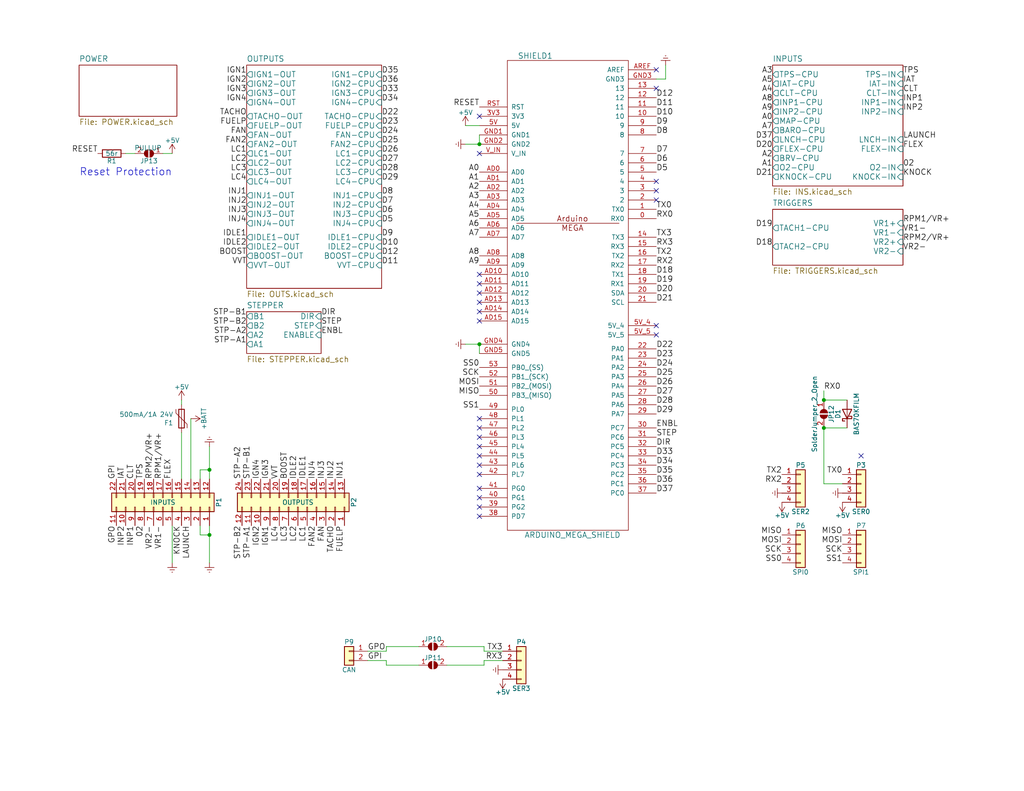
<source format=kicad_sch>
(kicad_sch (version 20211123) (generator eeschema)
  (paper "USLetter")
  (title_block (title "UA4C") (date "2022-07-13") (rev "C4") (company "WTMtronics") (comment 1 "White Fang"))
  (lib_symbols
    (symbol "Device:D_Schottky" (pin_numbers hide) (pin_names (offset 1.016) hide)
      (property "Reference" "D" (at 0 2.54 0))
      (property "Value" "D_Schottky" (at 0 -2.54 0))
      (symbol "D_Schottky_0_1"
        (polyline (pts (xy 1.27 0) (xy -1.27 0)))
        (polyline (pts (xy 1.27 1.27) (xy 1.27 -1.27) (xy -1.27 0) (xy 1.27 1.27)) (stroke (width 0.254)))
        (polyline (pts (xy -1.905 0.635) (xy -1.905 1.27) (xy -1.27 1.27) (xy -1.27 -1.27) (xy -0.635 -1.27) (xy -0.635 -0.635)) (stroke (width 0.254)))
      )
      (symbol "D_Schottky_1_1"
        (pin passive line (at -3.81 0 0) (length 2.54) (name "K") (number "1"))
        (pin passive line (at 3.81 0 180) (length 2.54) (name "A") (number "2"))
      )
    )
    (symbol "Device:Polyfuse" (pin_numbers hide) (pin_names (offset 0))
      (property "Reference" "F" (at -2.54 0 90))
      (property "Value" "Polyfuse" (at 2.54 0 90))
      (symbol "Polyfuse_0_1"
        (rectangle (start -0.762 2.54) (end 0.762 -2.54) (stroke (width 0.254)))
        (polyline (pts (xy 0 2.54) (xy 0 -2.54)))
        (polyline (pts (xy -1.524 2.54) (xy -1.524 1.524) (xy 1.524 -1.524) (xy 1.524 -2.54)))
      )
      (symbol "Polyfuse_1_1"
        (pin passive line (at 0 3.81 270) (length 1.27) (name "~") (number "1"))
        (pin passive line (at 0 -3.81 90) (length 1.27) (name "~") (number "2"))
      )
    )
    (symbol "Device:R" (pin_numbers hide) (pin_names (offset 0))
      (property "Reference" "R" (at 2.032 0 90))
      (property "Value" "R" (at 0 0 90))
      (symbol "R_0_1"
        (rectangle (start -1.016 -2.54) (end 1.016 2.54) (stroke (width 0.254)))
      )
      (symbol "R_1_1"
        (pin passive line (at 0 3.81 270) (length 1.27) (name "~") (number "1"))
        (pin passive line (at 0 -3.81 90) (length 1.27) (name "~") (number "2"))
      )
    )
    (symbol "Underdog-rescue:ARDUINO_MEGA_SHIELD-arduino_shieldsNCL" (pin_names (offset 1.016))
      (property "Reference" "SHIELD" (at -10.16 63.5 0))
      (property "Value" "ARDUINO_MEGA_SHIELD-arduino_shieldsNCL" (at -2.54 -68.58 0))
      (symbol "ARDUINO_MEGA_SHIELD-arduino_shieldsNCL_0_0"
        (text "Arduino" (at 0 19.05 0) (effects (font (size 1.524 1.524))))
        (text "MEGA" (at 0 16.51 0) (effects (font (size 1.524 1.524))))
      )
      (symbol "ARDUINO_MEGA_SHIELD-arduino_shieldsNCL_0_1"
        (rectangle (start -17.78 -66.04) (end 15.24 62.23))
        (polyline (pts (xy -15.24 17.78) (xy 12.7 17.78) (xy 12.7 17.78)))
      )
      (symbol "ARDUINO_MEGA_SHIELD-arduino_shieldsNCL_1_1"
        (pin bidirectional line (at 22.86 19.05 180) (length 7.62) (name "RX0") (number "0"))
        (pin bidirectional line (at 22.86 21.59 180) (length 7.62) (name "TX0") (number "1"))
        (pin bidirectional line (at 22.86 46.99 180) (length 7.62) (name "10") (number "10"))
        (pin bidirectional line (at 22.86 49.53 180) (length 7.62) (name "11") (number "11"))
        (pin bidirectional line (at 22.86 52.07 180) (length 7.62) (name "12") (number "12"))
        (pin bidirectional line (at 22.86 54.61 180) (length 7.62) (name "13") (number "13"))
        (pin bidirectional line (at 22.86 13.97 180) (length 7.62) (name "TX3") (number "14"))
        (pin bidirectional line (at 22.86 11.43 180) (length 7.62) (name "RX3") (number "15"))
        (pin bidirectional line (at 22.86 8.89 180) (length 7.62) (name "TX2") (number "16"))
        (pin bidirectional line (at 22.86 6.35 180) (length 7.62) (name "RX2") (number "17"))
        (pin bidirectional line (at 22.86 3.81 180) (length 7.62) (name "TX1") (number "18"))
        (pin bidirectional line (at 22.86 1.27 180) (length 7.62) (name "RX1") (number "19"))
        (pin bidirectional line (at 22.86 24.13 180) (length 7.62) (name "2") (number "2"))
        (pin bidirectional line (at 22.86 -1.27 180) (length 7.62) (name "SDA") (number "20"))
        (pin bidirectional line (at 22.86 -3.81 180) (length 7.62) (name "SCL") (number "21"))
        (pin bidirectional line (at 22.86 -16.51 180) (length 7.62) (name "PA0") (number "22"))
        (pin bidirectional line (at 22.86 -19.05 180) (length 7.62) (name "PA1") (number "23"))
        (pin bidirectional line (at 22.86 -21.59 180) (length 7.62) (name "PA2") (number "24"))
        (pin bidirectional line (at 22.86 -24.13 180) (length 7.62) (name "PA3") (number "25"))
        (pin bidirectional line (at 22.86 -26.67 180) (length 7.62) (name "PA4") (number "26"))
        (pin bidirectional line (at 22.86 -29.21 180) (length 7.62) (name "PA5") (number "27"))
        (pin bidirectional line (at 22.86 -31.75 180) (length 7.62) (name "PA6") (number "28"))
        (pin bidirectional line (at 22.86 -34.29 180) (length 7.62) (name "PA7") (number "29"))
        (pin bidirectional line (at 22.86 26.67 180) (length 7.62) (name "3") (number "3"))
        (pin bidirectional line (at 22.86 -38.1 180) (length 7.62) (name "PC7") (number "30"))
        (pin bidirectional line (at 22.86 -40.64 180) (length 7.62) (name "PC6") (number "31"))
        (pin bidirectional line (at 22.86 -43.18 180) (length 7.62) (name "PC5") (number "32"))
        (pin bidirectional line (at 22.86 -45.72 180) (length 7.62) (name "PC4") (number "33"))
        (pin bidirectional line (at 22.86 -48.26 180) (length 7.62) (name "PC3") (number "34"))
        (pin bidirectional line (at 22.86 -50.8 180) (length 7.62) (name "PC2") (number "35"))
        (pin bidirectional line (at 22.86 -53.34 180) (length 7.62) (name "PC1") (number "36"))
        (pin bidirectional line (at 22.86 -55.88 180) (length 7.62) (name "PC0") (number "37"))
        (pin bidirectional line (at -25.4 -62.23 0) (length 7.62) (name "PD7") (number "38"))
        (pin bidirectional line (at -25.4 -59.69 0) (length 7.62) (name "PG2") (number "39"))
        (pin power_in line (at -25.4 46.99 0) (length 7.62) (name "3V3") (number "3V3"))
        (pin bidirectional line (at 22.86 29.21 180) (length 7.62) (name "4") (number "4"))
        (pin bidirectional line (at -25.4 -57.15 0) (length 7.62) (name "PG1") (number "40"))
        (pin bidirectional line (at -25.4 -54.61 0) (length 7.62) (name "PG0") (number "41"))
        (pin bidirectional line (at -25.4 -50.8 0) (length 7.62) (name "PL7") (number "42"))
        (pin bidirectional line (at -25.4 -48.26 0) (length 7.62) (name "PL6") (number "43"))
        (pin bidirectional line (at -25.4 -45.72 0) (length 7.62) (name "PL5") (number "44"))
        (pin bidirectional line (at -25.4 -43.18 0) (length 7.62) (name "PL4") (number "45"))
        (pin bidirectional line (at -25.4 -40.64 0) (length 7.62) (name "PL3") (number "46"))
        (pin bidirectional line (at -25.4 -38.1 0) (length 7.62) (name "PL2") (number "47"))
        (pin bidirectional line (at -25.4 -35.56 0) (length 7.62) (name "PL1") (number "48"))
        (pin bidirectional line (at -25.4 -33.02 0) (length 7.62) (name "PL0") (number "49"))
        (pin bidirectional line (at 22.86 31.75 180) (length 7.62) (name "5") (number "5"))
        (pin bidirectional line (at -25.4 -29.21 0) (length 7.62) (name "PB3_(MISO)") (number "50"))
        (pin bidirectional line (at -25.4 -26.67 0) (length 7.62) (name "PB2_(MOSI)") (number "51"))
        (pin bidirectional line (at -25.4 -24.13 0) (length 7.62) (name "PB1_(SCK)") (number "52"))
        (pin bidirectional line (at -25.4 -21.59 0) (length 7.62) (name "PB0_(SS)") (number "53"))
        (pin power_in line (at -25.4 44.45 0) (length 7.62) (name "5V") (number "5V"))
        (pin power_in line (at 22.86 -10.16 180) (length 7.62) (name "5V_4") (number "5V_4"))
        (pin power_in line (at 22.86 -12.7 180) (length 7.62) (name "5V_5") (number "5V_5"))
        (pin bidirectional line (at 22.86 34.29 180) (length 7.62) (name "6") (number "6"))
        (pin bidirectional line (at 22.86 36.83 180) (length 7.62) (name "7") (number "7"))
        (pin bidirectional line (at 22.86 41.91 180) (length 7.62) (name "8") (number "8"))
        (pin bidirectional line (at 22.86 44.45 180) (length 7.62) (name "9") (number "9"))
        (pin bidirectional line (at -25.4 31.75 0) (length 7.62) (name "AD0") (number "AD0"))
        (pin bidirectional line (at -25.4 29.21 0) (length 7.62) (name "AD1") (number "AD1"))
        (pin bidirectional line (at -25.4 3.81 0) (length 7.62) (name "AD10") (number "AD10"))
        (pin bidirectional line (at -25.4 1.27 0) (length 7.62) (name "AD11") (number "AD11"))
        (pin bidirectional line (at -25.4 -1.27 0) (length 7.62) (name "AD12") (number "AD12"))
        (pin bidirectional line (at -25.4 -3.81 0) (length 7.62) (name "AD13") (number "AD13"))
        (pin bidirectional line (at -25.4 -6.35 0) (length 7.62) (name "AD14") (number "AD14"))
        (pin bidirectional line (at -25.4 -8.89 0) (length 7.62) (name "AD15") (number "AD15"))
        (pin bidirectional line (at -25.4 26.67 0) (length 7.62) (name "AD2") (number "AD2"))
        (pin bidirectional line (at -25.4 24.13 0) (length 7.62) (name "AD3") (number "AD3"))
        (pin bidirectional line (at -25.4 21.59 0) (length 7.62) (name "AD4") (number "AD4"))
        (pin bidirectional line (at -25.4 19.05 0) (length 7.62) (name "AD5") (number "AD5"))
        (pin bidirectional line (at -25.4 16.51 0) (length 7.62) (name "AD6") (number "AD6"))
        (pin bidirectional line (at -25.4 13.97 0) (length 7.62) (name "AD7") (number "AD7"))
        (pin bidirectional line (at -25.4 8.89 0) (length 7.62) (name "AD8") (number "AD8"))
        (pin bidirectional line (at -25.4 6.35 0) (length 7.62) (name "AD9") (number "AD9"))
        (pin power_in line (at 22.86 59.69 180) (length 7.62) (name "AREF") (number "AREF"))
        (pin power_in line (at -25.4 41.91 0) (length 7.62) (name "GND1") (number "GND1"))
        (pin power_in line (at -25.4 39.37 0) (length 7.62) (name "GND2") (number "GND2"))
        (pin power_in line (at 22.86 57.15 180) (length 7.62) (name "GND3") (number "GND3"))
        (pin power_in line (at -25.4 -15.24 0) (length 7.62) (name "GND4") (number "GND4"))
        (pin power_in line (at -25.4 -17.78 0) (length 7.62) (name "GND5") (number "GND5"))
        (pin input line (at -25.4 49.53 0) (length 7.62) (name "RST") (number "RST"))
        (pin power_in line (at -25.4 36.83 0) (length 7.62) (name "V_IN") (number "V_IN"))
      )
    )
    (symbol "Underdog-rescue:Conn_01x02-conn-Underdog-rescue" (pin_names (offset 1.016) hide)
      (property "Reference" "J" (at 0 2.54 0))
      (property "Value" "Conn_01x02-conn-Underdog-rescue" (at 0 -5.08 0))
      (symbol "Conn_01x02-conn-Underdog-rescue_1_1"
        (rectangle (start -1.27 -2.413) (end 0 -2.667) (stroke (width 0.1524)))
        (rectangle (start -1.27 0.127) (end 0 -0.127) (stroke (width 0.1524)))
        (rectangle (start -1.27 1.27) (end 1.27 -3.81) (stroke (width 0.254)) (fill (type background)))
        (pin passive line (at -5.08 0 0) (length 3.81) (name "Pin_1") (number "1"))
        (pin passive line (at -5.08 -2.54 0) (length 3.81) (name "Pin_2") (number "2"))
      )
    )
    (symbol "Underdog-rescue:Conn_01x04-conn-Underdog-rescue" (pin_names (offset 1.016) hide)
      (property "Reference" "J" (at 0 5.08 0))
      (property "Value" "Conn_01x04-conn-Underdog-rescue" (at 0 -7.62 0))
      (symbol "Conn_01x04-conn-Underdog-rescue_1_1"
        (rectangle (start -1.27 -4.953) (end 0 -5.207) (stroke (width 0.1524)))
        (rectangle (start -1.27 -2.413) (end 0 -2.667) (stroke (width 0.1524)))
        (rectangle (start -1.27 0.127) (end 0 -0.127) (stroke (width 0.1524)))
        (rectangle (start -1.27 2.667) (end 0 2.413) (stroke (width 0.1524)))
        (rectangle (start -1.27 3.81) (end 1.27 -6.35) (stroke (width 0.254)) (fill (type background)))
        (pin passive line (at -5.08 2.54 0) (length 3.81) (name "Pin_1") (number "1"))
        (pin passive line (at -5.08 0 0) (length 3.81) (name "Pin_2") (number "2"))
        (pin passive line (at -5.08 -2.54 0) (length 3.81) (name "Pin_3") (number "3"))
        (pin passive line (at -5.08 -5.08 0) (length 3.81) (name "Pin_4") (number "4"))
      )
    )
    (symbol "Underdog-rescue:Conn_02x11_Top_Bottom-conn-Underdog-rescue" (pin_names (offset 1.016) hide)
      (property "Reference" "J" (at 1.27 15.24 0))
      (property "Value" "Conn_02x11_Top_Bottom-conn-Underdog-rescue" (at 1.27 -15.24 0))
      (symbol "Conn_02x11_Top_Bottom-conn-Underdog-rescue_1_1"
        (rectangle (start -1.27 -12.573) (end 0 -12.827) (stroke (width 0.1524)))
        (rectangle (start -1.27 -10.033) (end 0 -10.287) (stroke (width 0.1524)))
        (rectangle (start -1.27 -7.493) (end 0 -7.747) (stroke (width 0.1524)))
        (rectangle (start -1.27 -4.953) (end 0 -5.207) (stroke (width 0.1524)))
        (rectangle (start -1.27 -2.413) (end 0 -2.667) (stroke (width 0.1524)))
        (rectangle (start -1.27 0.127) (end 0 -0.127) (stroke (width 0.1524)))
        (rectangle (start -1.27 2.667) (end 0 2.413) (stroke (width 0.1524)))
        (rectangle (start -1.27 5.207) (end 0 4.953) (stroke (width 0.1524)))
        (rectangle (start -1.27 7.747) (end 0 7.493) (stroke (width 0.1524)))
        (rectangle (start -1.27 10.287) (end 0 10.033) (stroke (width 0.1524)))
        (rectangle (start -1.27 12.827) (end 0 12.573) (stroke (width 0.1524)))
        (rectangle (start -1.27 13.97) (end 3.81 -13.97) (stroke (width 0.254)) (fill (type background)))
        (rectangle (start 3.81 -12.573) (end 2.54 -12.827) (stroke (width 0.1524)))
        (rectangle (start 3.81 -10.033) (end 2.54 -10.287) (stroke (width 0.1524)))
        (rectangle (start 3.81 -7.493) (end 2.54 -7.747) (stroke (width 0.1524)))
        (rectangle (start 3.81 -4.953) (end 2.54 -5.207) (stroke (width 0.1524)))
        (rectangle (start 3.81 -2.413) (end 2.54 -2.667) (stroke (width 0.1524)))
        (rectangle (start 3.81 0.127) (end 2.54 -0.127) (stroke (width 0.1524)))
        (rectangle (start 3.81 2.667) (end 2.54 2.413) (stroke (width 0.1524)))
        (rectangle (start 3.81 5.207) (end 2.54 4.953) (stroke (width 0.1524)))
        (rectangle (start 3.81 7.747) (end 2.54 7.493) (stroke (width 0.1524)))
        (rectangle (start 3.81 10.287) (end 2.54 10.033) (stroke (width 0.1524)))
        (rectangle (start 3.81 12.827) (end 2.54 12.573) (stroke (width 0.1524)))
        (pin passive line (at -5.08 12.7 0) (length 3.81) (name "Pin_1") (number "1"))
        (pin passive line (at -5.08 -10.16 0) (length 3.81) (name "Pin_10") (number "10"))
        (pin passive line (at -5.08 -12.7 0) (length 3.81) (name "Pin_11") (number "11"))
        (pin passive line (at 7.62 12.7 180) (length 3.81) (name "Pin_12") (number "12"))
        (pin passive line (at 7.62 10.16 180) (length 3.81) (name "Pin_13") (number "13"))
        (pin passive line (at 7.62 7.62 180) (length 3.81) (name "Pin_14") (number "14"))
        (pin passive line (at 7.62 5.08 180) (length 3.81) (name "Pin_15") (number "15"))
        (pin passive line (at 7.62 2.54 180) (length 3.81) (name "Pin_16") (number "16"))
        (pin passive line (at 7.62 0 180) (length 3.81) (name "Pin_17") (number "17"))
        (pin passive line (at 7.62 -2.54 180) (length 3.81) (name "Pin_18") (number "18"))
        (pin passive line (at 7.62 -5.08 180) (length 3.81) (name "Pin_19") (number "19"))
        (pin passive line (at -5.08 10.16 0) (length 3.81) (name "Pin_2") (number "2"))
        (pin passive line (at 7.62 -7.62 180) (length 3.81) (name "Pin_20") (number "20"))
        (pin passive line (at 7.62 -10.16 180) (length 3.81) (name "Pin_21") (number "21"))
        (pin passive line (at 7.62 -12.7 180) (length 3.81) (name "Pin_22") (number "22"))
        (pin passive line (at -5.08 7.62 0) (length 3.81) (name "Pin_3") (number "3"))
        (pin passive line (at -5.08 5.08 0) (length 3.81) (name "Pin_4") (number "4"))
        (pin passive line (at -5.08 2.54 0) (length 3.81) (name "Pin_5") (number "5"))
        (pin passive line (at -5.08 0 0) (length 3.81) (name "Pin_6") (number "6"))
        (pin passive line (at -5.08 -2.54 0) (length 3.81) (name "Pin_7") (number "7"))
        (pin passive line (at -5.08 -5.08 0) (length 3.81) (name "Pin_8") (number "8"))
        (pin passive line (at -5.08 -7.62 0) (length 3.81) (name "Pin_9") (number "9"))
      )
    )
    (symbol "Underdog-rescue:Conn_02x12_Top_Bottom-conn-Underdog-rescue" (pin_names (offset 1.016) hide)
      (property "Reference" "J" (at 1.27 15.24 0))
      (property "Value" "Conn_02x12_Top_Bottom-conn-Underdog-rescue" (at 1.27 -17.78 0))
      (symbol "Conn_02x12_Top_Bottom-conn-Underdog-rescue_1_1"
        (rectangle (start -1.27 -15.113) (end 0 -15.367) (stroke (width 0.1524)))
        (rectangle (start -1.27 -12.573) (end 0 -12.827) (stroke (width 0.1524)))
        (rectangle (start -1.27 -10.033) (end 0 -10.287) (stroke (width 0.1524)))
        (rectangle (start -1.27 -7.493) (end 0 -7.747) (stroke (width 0.1524)))
        (rectangle (start -1.27 -4.953) (end 0 -5.207) (stroke (width 0.1524)))
        (rectangle (start -1.27 -2.413) (end 0 -2.667) (stroke (width 0.1524)))
        (rectangle (start -1.27 0.127) (end 0 -0.127) (stroke (width 0.1524)))
        (rectangle (start -1.27 2.667) (end 0 2.413) (stroke (width 0.1524)))
        (rectangle (start -1.27 5.207) (end 0 4.953) (stroke (width 0.1524)))
        (rectangle (start -1.27 7.747) (end 0 7.493) (stroke (width 0.1524)))
        (rectangle (start -1.27 10.287) (end 0 10.033) (stroke (width 0.1524)))
        (rectangle (start -1.27 12.827) (end 0 12.573) (stroke (width 0.1524)))
        (rectangle (start -1.27 13.97) (end 3.81 -16.51) (stroke (width 0.254)) (fill (type background)))
        (rectangle (start 3.81 -15.113) (end 2.54 -15.367) (stroke (width 0.1524)))
        (rectangle (start 3.81 -12.573) (end 2.54 -12.827) (stroke (width 0.1524)))
        (rectangle (start 3.81 -10.033) (end 2.54 -10.287) (stroke (width 0.1524)))
        (rectangle (start 3.81 -7.493) (end 2.54 -7.747) (stroke (width 0.1524)))
        (rectangle (start 3.81 -4.953) (end 2.54 -5.207) (stroke (width 0.1524)))
        (rectangle (start 3.81 -2.413) (end 2.54 -2.667) (stroke (width 0.1524)))
        (rectangle (start 3.81 0.127) (end 2.54 -0.127) (stroke (width 0.1524)))
        (rectangle (start 3.81 2.667) (end 2.54 2.413) (stroke (width 0.1524)))
        (rectangle (start 3.81 5.207) (end 2.54 4.953) (stroke (width 0.1524)))
        (rectangle (start 3.81 7.747) (end 2.54 7.493) (stroke (width 0.1524)))
        (rectangle (start 3.81 10.287) (end 2.54 10.033) (stroke (width 0.1524)))
        (rectangle (start 3.81 12.827) (end 2.54 12.573) (stroke (width 0.1524)))
        (pin passive line (at -5.08 12.7 0) (length 3.81) (name "Pin_1") (number "1"))
        (pin passive line (at -5.08 -10.16 0) (length 3.81) (name "Pin_10") (number "10"))
        (pin passive line (at -5.08 -12.7 0) (length 3.81) (name "Pin_11") (number "11"))
        (pin passive line (at -5.08 -15.24 0) (length 3.81) (name "Pin_12") (number "12"))
        (pin passive line (at 7.62 12.7 180) (length 3.81) (name "Pin_13") (number "13"))
        (pin passive line (at 7.62 10.16 180) (length 3.81) (name "Pin_14") (number "14"))
        (pin passive line (at 7.62 7.62 180) (length 3.81) (name "Pin_15") (number "15"))
        (pin passive line (at 7.62 5.08 180) (length 3.81) (name "Pin_16") (number "16"))
        (pin passive line (at 7.62 2.54 180) (length 3.81) (name "Pin_17") (number "17"))
        (pin passive line (at 7.62 0 180) (length 3.81) (name "Pin_18") (number "18"))
        (pin passive line (at 7.62 -2.54 180) (length 3.81) (name "Pin_19") (number "19"))
        (pin passive line (at -5.08 10.16 0) (length 3.81) (name "Pin_2") (number "2"))
        (pin passive line (at 7.62 -5.08 180) (length 3.81) (name "Pin_20") (number "20"))
        (pin passive line (at 7.62 -7.62 180) (length 3.81) (name "Pin_21") (number "21"))
        (pin passive line (at 7.62 -10.16 180) (length 3.81) (name "Pin_22") (number "22"))
        (pin passive line (at 7.62 -12.7 180) (length 3.81) (name "Pin_23") (number "23"))
        (pin passive line (at 7.62 -15.24 180) (length 3.81) (name "Pin_24") (number "24"))
        (pin passive line (at -5.08 7.62 0) (length 3.81) (name "Pin_3") (number "3"))
        (pin passive line (at -5.08 5.08 0) (length 3.81) (name "Pin_4") (number "4"))
        (pin passive line (at -5.08 2.54 0) (length 3.81) (name "Pin_5") (number "5"))
        (pin passive line (at -5.08 0 0) (length 3.81) (name "Pin_6") (number "6"))
        (pin passive line (at -5.08 -2.54 0) (length 3.81) (name "Pin_7") (number "7"))
        (pin passive line (at -5.08 -5.08 0) (length 3.81) (name "Pin_8") (number "8"))
        (pin passive line (at -5.08 -7.62 0) (length 3.81) (name "Pin_9") (number "9"))
      )
    )
    (symbol "Underdog-rescue:SolderJumper_2_Open-Jumper1" (pin_names (offset 0) hide)
      (property "Reference" "JP" (at 0 2.032 0))
      (property "Value" "SolderJumper_2_Open-Jumper1" (at 0 -2.54 0))
      (symbol "SolderJumper_2_Open-Jumper1_0_1"
        (arc (start -0.254 1.016) (mid -1.27 0) (end -0.254 -1.016))
        (arc (start -0.254 1.016) (mid -1.27 0) (end -0.254 -1.016) (fill (type outline)))
        (polyline (pts (xy -0.254 1.016) (xy -0.254 -1.016)))
        (polyline (pts (xy 0.254 1.016) (xy 0.254 -1.016)))
        (arc (start 0.254 -1.016) (mid 1.27 0) (end 0.254 1.016))
        (arc (start 0.254 -1.016) (mid 1.27 0) (end 0.254 1.016) (fill (type outline)))
      )
      (symbol "SolderJumper_2_Open-Jumper1_1_1"
        (pin passive line (at -3.81 0 0) (length 2.54) (name "A") (number "1"))
        (pin passive line (at 3.81 0 180) (length 2.54) (name "B") (number "2"))
      )
    )
    (symbol "power:+5V" (power) (pin_names (offset 0))
      (property "Value" "+5V" (at 0 3.556 0))
      (symbol "+5V_0_1"
        (polyline (pts (xy -0.762 1.27) (xy 0 2.54)))
        (polyline (pts (xy 0 0) (xy 0 2.54)))
        (polyline (pts (xy 0 2.54) (xy 0.762 1.27)))
      )
      (symbol "+5V_1_1"
        (pin power_in line (at 0 0 90) (length 0) hide (name "+5V") (number "1"))
      )
    )
    (symbol "power:+BATT" (power) (pin_names (offset 0))
      (property "Value" "+BATT" (at 0 3.556 0))
      (symbol "+BATT_0_1"
        (polyline (pts (xy -0.762 1.27) (xy 0 2.54)))
        (polyline (pts (xy 0 0) (xy 0 2.54)))
        (polyline (pts (xy 0 2.54) (xy 0.762 1.27)))
      )
      (symbol "+BATT_1_1"
        (pin power_in line (at 0 0 90) (length 0) hide (name "+BATT") (number "1"))
      )
    )
    (symbol "power:Earth" (power) (pin_names (offset 0))
      (symbol "Earth_0_1"
        (polyline (pts (xy -0.635 -1.905) (xy 0.635 -1.905)))
        (polyline (pts (xy -0.127 -2.54) (xy 0.127 -2.54)))
        (polyline (pts (xy 0 -1.27) (xy 0 0)))
        (polyline (pts (xy 1.27 -1.27) (xy -1.27 -1.27)))
      )
      (symbol "Earth_1_1"
        (pin power_in line (at 0 0 270) (length 0) hide (name "Earth") (number "1"))
      )
    )
  )
  (junction (at 130.81 39.37))
  (junction (at 57.15 146.05))
  (junction (at 130.81 93.98))
  (junction (at 224.79 109.22))
  (junction (at 224.79 116.84))
  (junction (at 57.15 128.27))
  (no_connect (at 130.81 116.84))
  (no_connect (at 130.81 82.55))
  (no_connect (at 130.81 135.89))
  (no_connect (at 179.07 91.44))
  (no_connect (at 234.95 124.46))
  (no_connect (at 130.81 133.35))
  (no_connect (at 130.81 121.92))
  (no_connect (at 130.81 87.63))
  (no_connect (at 130.81 80.01))
  (no_connect (at 179.07 49.53))
  (no_connect (at 130.81 127))
  (no_connect (at 130.81 129.54))
  (no_connect (at 130.81 31.75))
  (no_connect (at 130.81 119.38))
  (no_connect (at 130.81 114.3))
  (no_connect (at 130.81 140.97))
  (no_connect (at 179.07 19.05))
  (no_connect (at 130.81 77.47))
  (no_connect (at 130.81 85.09))
  (no_connect (at -86.36 186.69))
  (no_connect (at 130.81 74.93))
  (no_connect (at 179.07 88.9))
  (no_connect (at 130.81 138.43))
  (no_connect (at 179.07 52.07))
  (no_connect (at 179.07 24.13))
  (no_connect (at 130.81 124.46))
  (no_connect (at 179.07 54.61))
  (no_connect (at 130.81 41.91))
  (wire (pts (xy 127 34.29) (xy 130.81 34.29)))
  (wire (pts (xy 137.16 180.34) (xy 132.08 180.34)))
  (wire (pts (xy 224.79 132.08) (xy 224.79 116.84)))
  (wire (pts (xy 179.07 21.59) (xy 181.61 21.59)))
  (wire (pts (xy 181.61 21.59) (xy 181.61 17.78)))
  (wire (pts (xy 49.53 130.81) (xy 49.53 118.11)))
  (wire (pts (xy 54.61 143.51) (xy 54.61 146.05)))
  (wire (pts (xy 132.08 176.53) (xy 121.92 176.53)))
  (wire (pts (xy 57.15 130.81) (xy 57.15 128.27)))
  (wire (pts (xy 44.45 41.91) (xy 46.99 41.91)))
  (wire (pts (xy 54.61 128.27) (xy 54.61 130.81)))
  (wire (pts (xy 130.81 36.83) (xy 130.81 39.37)))
  (wire (pts (xy 57.15 153.67) (xy 57.15 146.05)))
  (wire (pts (xy 224.79 116.84) (xy 231.14 116.84)))
  (wire (pts (xy 105.41 177.8) (xy 105.41 176.53)))
  (wire (pts (xy 224.79 109.22) (xy 224.79 106.68)))
  (wire (pts (xy 52.07 114.3) (xy 52.07 130.81)))
  (wire (pts (xy 224.79 109.22) (xy 231.14 109.22)))
  (wire (pts (xy 57.15 146.05) (xy 54.61 146.05)))
  (wire (pts (xy 114.3 181.61) (xy 105.41 181.61)))
  (wire (pts (xy 137.16 177.8) (xy 132.08 177.8)))
  (wire (pts (xy 130.81 96.52) (xy 130.81 93.98)))
  (wire (pts (xy 105.41 180.34) (xy 100.33 180.34)))
  (wire (pts (xy 57.15 128.27) (xy 57.15 121.92)))
  (wire (pts (xy 46.99 143.51) (xy 46.99 153.67)))
  (wire (pts (xy 229.87 132.08) (xy 224.79 132.08)))
  (wire (pts (xy 57.15 128.27) (xy 54.61 128.27)))
  (wire (pts (xy 105.41 181.61) (xy 105.41 180.34)))
  (wire (pts (xy 34.29 41.91) (xy 36.83 41.91)))
  (wire (pts (xy 132.08 180.34) (xy 132.08 181.61)))
  (wire (pts (xy 130.81 93.98) (xy 127 93.98)))
  (wire (pts (xy 100.33 177.8) (xy 105.41 177.8)))
  (wire (pts (xy 132.08 181.61) (xy 121.92 181.61)))
  (wire (pts (xy 105.41 176.53) (xy 114.3 176.53)))
  (wire (pts (xy 132.08 177.8) (xy 132.08 176.53)))
  (wire (pts (xy 130.81 39.37) (xy 127 39.37)))
  (wire (pts (xy 57.15 146.05) (xy 57.15 143.51)))
  (wire (pts (xy 49.53 110.49) (xy 49.53 109.22)))
  (text "Reset Protection" (at 46.99 48.26 180) (effects (font (size 2.0066 2.0066)) (justify right bottom)))
  (label "IDLE2" (at 81.28 130.81 90) (effects (font (size 1.524 1.524))))
  (label "STP-B1" (at 67.31 86.36 180) (effects (font (size 1.524 1.524))))
  (label "D33" (at 179.07 124.46 0) (effects (font (size 1.524 1.524))))
  (label "SCK" (at 213.36 151.13 180) (effects (font (size 1.524 1.524))))
  (label "D18" (at 210.82 67.31 180) (effects (font (size 1.524 1.524))))
  (label "FUELP" (at 67.31 34.29 180) (effects (font (size 1.524 1.524))))
  (label "D27" (at 104.14 44.45 0) (effects (font (size 1.524 1.524))))
  (label "DIR" (at 179.07 121.92 0) (effects (font (size 1.524 1.524))))
  (label "A7" (at 130.81 64.77 180) (effects (font (size 1.524 1.524))))
  (label "GPI" (at 31.75 130.81 90) (effects (font (size 1.524 1.524))))
  (label "INJ2" (at 67.31 55.88 180) (effects (font (size 1.524 1.524))))
  (label "A2" (at 210.82 43.18 180) (effects (font (size 1.524 1.524))))
  (label "GPO" (at 31.75 143.51 270) (effects (font (size 1.524 1.524))))
  (label "LC1" (at 67.31 41.91 180) (effects (font (size 1.524 1.524))))
  (label "INP2" (at 34.29 143.51 270) (effects (font (size 1.524 1.524))))
  (label "STP-A2" (at 66.04 130.81 90) (effects (font (size 1.524 1.524))))
  (label "ENBL" (at 179.07 116.84 0) (effects (font (size 1.524 1.524))))
  (label "MISO" (at 213.36 146.05 180) (effects (font (size 1.524 1.524))))
  (label "BOOST" (at 78.74 130.81 90) (effects (font (size 1.524 1.524))))
  (label "SCK" (at 130.81 102.87 180) (effects (font (size 1.524 1.524))))
  (label "D23" (at 104.14 34.29 0) (effects (font (size 1.524 1.524))))
  (label "D11" (at 104.14 72.39 0) (effects (font (size 1.524 1.524))))
  (label "D20" (at 179.07 80.01 0) (effects (font (size 1.524 1.524))))
  (label "A9" (at 210.82 30.48 180) (effects (font (size 1.524 1.524))))
  (label "STEP" (at 87.63 88.9 0) (effects (font (size 1.524 1.524))))
  (label "LAUNCH" (at 52.07 143.51 270) (effects (font (size 1.524 1.524))))
  (label "D33" (at 104.14 25.4 0) (effects (font (size 1.524 1.524))))
  (label "A0" (at 210.82 33.02 180) (effects (font (size 1.524 1.524))))
  (label "TX3" (at 179.07 64.77 0) (effects (font (size 1.524 1.524))))
  (label "SS1" (at 229.87 153.67 180) (effects (font (size 1.524 1.524))))
  (label "D29" (at 179.07 113.03 0) (effects (font (size 1.524 1.524))))
  (label "SS0" (at 213.36 153.67 180) (effects (font (size 1.524 1.524))))
  (label "INP2" (at 246.38 30.48 0) (effects (font (size 1.524 1.524))))
  (label "INJ4" (at 86.36 130.81 90) (effects (font (size 1.524 1.524))))
  (label "RPM2/VR+" (at 246.38 66.04 0) (effects (font (size 1.524 1.524))))
  (label "IGN4" (at 67.31 27.94 180) (effects (font (size 1.524 1.524))))
  (label "IAT" (at 34.29 130.81 90) (effects (font (size 1.524 1.524))))
  (label "TX0" (at 229.87 129.54 180) (effects (font (size 1.524 1.524))))
  (label "BOOST" (at 67.31 69.85 180) (effects (font (size 1.524 1.524))))
  (label "IDLE1" (at 83.82 130.81 90) (effects (font (size 1.524 1.524))))
  (label "DIR" (at 87.63 86.36 0) (effects (font (size 1.524 1.524))))
  (label "LC1" (at 83.82 143.51 270) (effects (font (size 1.524 1.524))))
  (label "D37" (at 179.07 134.62 0) (effects (font (size 1.524 1.524))))
  (label "RX0" (at 224.79 106.68 0) (effects (font (size 1.524 1.524))))
  (label "IGN3" (at 73.66 130.81 90) (effects (font (size 1.524 1.524))))
  (label "MOSI" (at 213.36 148.59 180) (effects (font (size 1.524 1.524))))
  (label "D25" (at 179.07 102.87 0) (effects (font (size 1.524 1.524))))
  (label "LC2" (at 67.31 44.45 180) (effects (font (size 1.524 1.524))))
  (label "RX2" (at 179.07 72.39 0) (effects (font (size 1.524 1.524))))
  (label "CLT" (at 246.38 25.4 0) (effects (font (size 1.524 1.524))))
  (label "TX2" (at 213.36 129.54 180) (effects (font (size 1.524 1.524))))
  (label "A3" (at 130.81 54.61 180) (effects (font (size 1.524 1.524))))
  (label "LC4" (at 76.2 143.51 270) (effects (font (size 1.524 1.524))))
  (label "D35" (at 104.14 20.32 0) (effects (font (size 1.524 1.524))))
  (label "A6" (at 130.81 62.23 180) (effects (font (size 1.524 1.524))))
  (label "INJ3" (at 88.9 130.81 90) (effects (font (size 1.524 1.524))))
  (label "TPS" (at 246.38 20.32 0) (effects (font (size 1.524 1.524))))
  (label "TACHO" (at 91.44 143.51 270) (effects (font (size 1.524 1.524))))
  (label "IGN1" (at 73.66 143.51 270) (effects (font (size 1.524 1.524))))
  (label "LAUNCH" (at 246.38 38.1 0) (effects (font (size 1.524 1.524))))
  (label "D22" (at 179.07 95.25 0) (effects (font (size 1.524 1.524))))
  (label "D23" (at 179.07 97.79 0) (effects (font (size 1.524 1.524))))
  (label "LC4" (at 67.31 49.53 180) (effects (font (size 1.524 1.524))))
  (label "TX2" (at 179.07 69.85 0) (effects (font (size 1.524 1.524))))
  (label "D25" (at 104.14 39.37 0) (effects (font (size 1.524 1.524))))
  (label "RX3" (at 179.07 67.31 0) (effects (font (size 1.524 1.524))))
  (label "GPO" (at 100.33 177.8 0) (effects (font (size 1.524 1.524))))
  (label "KNOCK" (at 49.53 143.51 270) (effects (font (size 1.524 1.524))))
  (label "FUELP" (at 93.98 143.51 270) (effects (font (size 1.524 1.524))))
  (label "D26" (at 179.07 105.41 0) (effects (font (size 1.524 1.524))))
  (label "A8" (at 130.81 69.85 180) (effects (font (size 1.524 1.524))))
  (label "IGN2" (at 67.31 22.86 180) (effects (font (size 1.524 1.524))))
  (label "INJ3" (at 67.31 58.42 180) (effects (font (size 1.524 1.524))))
  (label "A2" (at 130.81 52.07 180) (effects (font (size 1.524 1.524))))
  (label "A9" (at 130.81 72.39 180) (effects (font (size 1.524 1.524))))
  (label "RPM2/VR+" (at 41.91 130.81 90) (effects (font (size 1.524 1.524))))
  (label "IDLE1" (at 67.31 64.77 180) (effects (font (size 1.524 1.524))))
  (label "VR2-" (at 41.91 143.51 270) (effects (font (size 1.524 1.524))))
  (label "D19" (at 210.82 62.23 180) (effects (font (size 1.524 1.524))))
  (label "A1" (at 210.82 45.72 180) (effects (font (size 1.524 1.524))))
  (label "SCK" (at 229.87 151.13 180) (effects (font (size 1.524 1.524))))
  (label "INJ2" (at 91.44 130.81 90) (effects (font (size 1.524 1.524))))
  (label "A1" (at 130.81 49.53 180) (effects (font (size 1.524 1.524))))
  (label "STP-B2" (at 67.31 88.9 180) (effects (font (size 1.524 1.524))))
  (label "RX3" (at 137.16 180.34 180) (effects (font (size 1.524 1.524))))
  (label "INP1" (at 246.38 27.94 0) (effects (font (size 1.524 1.524))))
  (label "RPM1/VR+" (at 246.38 60.96 0) (effects (font (size 1.524 1.524))))
  (label "D9" (at 104.14 64.77 0) (effects (font (size 1.524 1.524))))
  (label "D34" (at 104.14 27.94 0) (effects (font (size 1.524 1.524))))
  (label "D35" (at 179.07 129.54 0) (effects (font (size 1.524 1.524))))
  (label "VVT" (at 67.31 72.39 180) (effects (font (size 1.524 1.524))))
  (label "D28" (at 104.14 46.99 0) (effects (font (size 1.524 1.524))))
  (label "RESET" (at 26.67 41.91 180) (effects (font (size 1.524 1.524))))
  (label "KNOCK" (at 246.38 48.26 0) (effects (font (size 1.524 1.524))))
  (label "VR1-" (at 44.45 143.51 270) (effects (font (size 1.524 1.524))))
  (label "D26" (at 104.14 41.91 0) (effects (font (size 1.524 1.524))))
  (label "A4" (at 210.82 25.4 180) (effects (font (size 1.524 1.524))))
  (label "FAN" (at 88.9 143.51 270) (effects (font (size 1.524 1.524))))
  (label "A5" (at 130.81 59.69 180) (effects (font (size 1.524 1.524))))
  (label "D7" (at 104.14 55.88 0) (effects (font (size 1.524 1.524))))
  (label "A8" (at 210.82 27.94 180) (effects (font (size 1.524 1.524))))
  (label "ENBL" (at 87.63 91.44 0) (effects (font (size 1.524 1.524))))
  (label "FLEX" (at 246.38 40.64 0) (effects (font (size 1.524 1.524))))
  (label "MISO" (at 130.81 107.95 180) (effects (font (size 1.524 1.524))))
  (label "STP-A2" (at 67.31 91.44 180) (effects (font (size 1.524 1.524))))
  (label "STP-B2" (at 66.04 143.51 270) (effects (font (size 1.524 1.524))))
  (label "A5" (at 210.82 22.86 180) (effects (font (size 1.524 1.524))))
  (label "D24" (at 104.14 36.83 0) (effects (font (size 1.524 1.524))))
  (label "D28" (at 179.07 110.49 0) (effects (font (size 1.524 1.524))))
  (label "D12" (at 179.07 26.67 0) (effects (font (size 1.524 1.524))))
  (label "VR2-" (at 246.38 68.58 0) (effects (font (size 1.524 1.524))))
  (label "02" (at 39.37 143.51 270) (effects (font (size 1.524 1.524))))
  (label "A3" (at 210.82 20.32 180) (effects (font (size 1.524 1.524))))
  (label "TACHO" (at 67.31 31.75 180) (effects (font (size 1.524 1.524))))
  (label "INP1" (at 36.83 143.51 270) (effects (font (size 1.524 1.524))))
  (label "A7" (at 210.82 35.56 180) (effects (font (size 1.524 1.524))))
  (label "SS1" (at 130.81 111.76 180) (effects (font (size 1.524 1.524))))
  (label "STP-B1" (at 68.58 130.81 90) (effects (font (size 1.524 1.524))))
  (label "D6" (at 104.14 58.42 0) (effects (font (size 1.524 1.524))))
  (label "D10" (at 179.07 31.75 0) (effects (font (size 1.524 1.524))))
  (label "D11" (at 179.07 29.21 0) (effects (font (size 1.524 1.524))))
  (label "D9" (at 179.07 34.29 0) (effects (font (size 1.524 1.524))))
  (label "VR1-" (at 246.38 63.5 0) (effects (font (size 1.524 1.524))))
  (label "D18" (at 179.07 74.93 0) (effects (font (size 1.524 1.524))))
  (label "D8" (at 179.07 36.83 0) (effects (font (size 1.524 1.524))))
  (label "RX2" (at 213.36 132.08 180) (effects (font (size 1.524 1.524))))
  (label "IGN4" (at 71.12 130.81 90) (effects (font (size 1.524 1.524))))
  (label "D29" (at 104.14 49.53 0) (effects (font (size 1.524 1.524))))
  (label "TX3" (at 137.16 177.8 180) (effects (font (size 1.524 1.524))))
  (label "STP-A1" (at 68.58 143.51 270) (effects (font (size 1.524 1.524))))
  (label "INJ1" (at 67.31 53.34 180) (effects (font (size 1.524 1.524))))
  (label "D37" (at 210.82 38.1 180) (effects (font (size 1.524 1.524))))
  (label "D5" (at 104.14 60.96 0) (effects (font (size 1.524 1.524))))
  (label "D24" (at 179.07 100.33 0) (effects (font (size 1.524 1.524))))
  (label "D10" (at 104.14 67.31 0) (effects (font (size 1.524 1.524))))
  (label "RPM1/VR+" (at 44.45 130.81 90) (effects (font (size 1.524 1.524))))
  (label "D36" (at 179.07 132.08 0) (effects (font (size 1.524 1.524))))
  (label "VVT" (at 76.2 130.81 90) (effects (font (size 1.524 1.524))))
  (label "FAN" (at 67.31 36.83 180) (effects (font (size 1.524 1.524))))
  (label "GPI" (at 100.33 180.34 0) (effects (font (size 1.524 1.524))))
  (label "INJ4" (at 67.31 60.96 180) (effects (font (size 1.524 1.524))))
  (label "MISO" (at 229.87 146.05 180) (effects (font (size 1.524 1.524))))
  (label "A0" (at 130.81 46.99 180) (effects (font (size 1.524 1.524))))
  (label "02" (at 246.38 45.72 0) (effects (font (size 1.524 1.524))))
  (label "D27" (at 179.07 107.95 0) (effects (font (size 1.524 1.524))))
  (label "IGN3" (at 67.31 25.4 180) (effects (font (size 1.524 1.524))))
  (label "D7" (at 179.07 41.91 0) (effects (font (size 1.524 1.524))))
  (label "CLT" (at 36.83 130.81 90) (effects (font (size 1.524 1.524))))
  (label "SS0" (at 130.81 100.33 180) (effects (font (size 1.524 1.524))))
  (label "STP-A1" (at 67.31 93.98 180) (effects (font (size 1.524 1.524))))
  (label "FAN2" (at 67.31 39.37 180) (effects (font (size 1.524 1.524))))
  (label "D19" (at 179.07 77.47 0) (effects (font (size 1.524 1.524))))
  (label "MOSI" (at 229.87 148.59 180) (effects (font (size 1.524 1.524))))
  (label "D21" (at 179.07 82.55 0) (effects (font (size 1.524 1.524))))
  (label "LC3" (at 78.74 143.51 270) (effects (font (size 1.524 1.524))))
  (label "A4" (at 130.81 57.15 180) (effects (font (size 1.524 1.524))))
  (label "TX0" (at 179.07 57.15 0) (effects (font (size 1.524 1.524))))
  (label "D21" (at 210.82 48.26 180) (effects (font (size 1.524 1.524))))
  (label "MOSI" (at 130.81 105.41 180) (effects (font (size 1.524 1.524))))
  (label "INJ1" (at 93.98 130.81 90) (effects (font (size 1.524 1.524))))
  (label "STEP" (at 179.07 119.38 0) (effects (font (size 1.524 1.524))))
  (label "D20" (at 210.82 40.64 180) (effects (font (size 1.524 1.524))))
  (label "D36" (at 104.14 22.86 0) (effects (font (size 1.524 1.524))))
  (label "TPS" (at 39.37 130.81 90) (effects (font (size 1.524 1.524))))
  (label "RX0" (at 179.07 59.69 0) (effects (font (size 1.524 1.524))))
  (label "D22" (at 104.14 31.75 0) (effects (font (size 1.524 1.524))))
  (label "IDLE2" (at 67.31 67.31 180) (effects (font (size 1.524 1.524))))
  (label "FLEX" (at 46.99 130.81 90) (effects (font (size 1.524 1.524))))
  (label "IGN1" (at 67.31 20.32 180) (effects (font (size 1.524 1.524))))
  (label "D34" (at 179.07 127 0) (effects (font (size 1.524 1.524))))
  (label "D6" (at 179.07 44.45 0) (effects (font (size 1.524 1.524))))
  (label "FAN2" (at 86.36 143.51 270) (effects (font (size 1.524 1.524))))
  (label "LC2" (at 81.28 143.51 270) (effects (font (size 1.524 1.524))))
  (label "D12" (at 104.14 69.85 0) (effects (font (size 1.524 1.524))))
  (label "D8" (at 104.14 53.34 0) (effects (font (size 1.524 1.524))))
  (label "RESET" (at 130.81 29.21 180) (effects (font (size 1.524 1.524))))
  (label "IAT" (at 246.38 22.86 0) (effects (font (size 1.524 1.524))))
  (label "IGN2" (at 71.12 143.51 270) (effects (font (size 1.524 1.524))))
  (label "D5" (at 179.07 46.99 0) (effects (font (size 1.524 1.524))))
  (label "LC3" (at 67.31 46.99 180) (effects (font (size 1.524 1.524))))
  (symbol (lib_id "Underdog-rescue:ARDUINO_MEGA_SHIELD-arduino_shieldsNCL") (at 156.21 78.74 0) (unit 1)
    (property "Reference" "SHIELD1" (at 146.05 15.24 0) (effects (font (size 1.524 1.524))))
    (property "Value" "ARDUINO_MEGA_SHIELD" (at 156.21 146.05 0) (effects (font (size 1.524 1.524))))
    (property "Footprint" "footprnt:ARDUINO_MEGA_SHIELD" (effects hide))
    (property "MPN" "DNP" (effects hide))
  )
  (symbol (lib_id "power:+5V") (at 127 34.29 0) (unit 1)
    (property "Reference" "#PWR02" (effects hide))
    (property "Value" "+5V" (at 127 30.734 0))
  )
  (symbol (lib_id "power:+5V") (at 49.53 109.22 0) (unit 1)
    (property "Reference" "#PWR010" (effects hide))
    (property "Value" "+5V" (at 49.53 105.664 0))
  )
  (symbol (lib_id "power:+BATT") (at 52.07 114.3 270) (unit 1)
    (property "Reference" "#PWR014" (effects hide))
    (property "Value" "+BATT" (at 55.626 114.3 0))
  )
  (symbol (lib_id "Underdog-rescue:Conn_02x11_Top_Bottom-conn-Underdog-rescue") (at 44.45 138.43 270) (mirror x) (unit 1)
    (property "Reference" "P1" (at 59.69 137.16 0))
    (property "Value" "INPUTS" (at 44.45 137.16 90))
    (property "Footprint" "Connector_Molex:Molex_Micro-Fit_3.0_43045-2200_2x11_P3.00mm_Horizontal" (effects hide))
    (property "MPN" "DNP" (effects hide))
  )
  (symbol (lib_id "Device:R") (at 30.48 41.91 270) (unit 1)
    (property "Reference" "R1" (at 30.48 43.942 90))
    (property "Value" "56r" (at 30.48 41.91 90))
    (property "Footprint" "Resistor_SMD:R_1206_3216Metric" (effects hide))
    (property "MPN" "RK73H2BTTD56R0F" (effects hide))
  )
  (symbol (lib_id "power:+5V") (at 46.99 41.91 0) (unit 1)
    (property "Reference" "#PWR04" (effects hide))
    (property "Value" "+5V" (at 46.99 38.354 0))
  )
  (symbol (lib_id "Underdog-rescue:Conn_01x04-conn-Underdog-rescue") (at 218.44 148.59 0) (unit 1)
    (property "Reference" "P6" (at 218.44 143.51 0))
    (property "Value" "SPI0" (at 218.44 156.21 0))
    (property "Footprint" "Pin_Headers:Pin_Header_Straight_1x04_Pitch2.54mm" (effects hide))
    (property "MPN" "DNP" (effects hide))
  )
  (symbol (lib_id "Underdog-rescue:Conn_01x04-conn-Underdog-rescue") (at 234.95 148.59 0) (unit 1)
    (property "Reference" "P7" (at 234.95 143.51 0))
    (property "Value" "SPI1" (at 234.95 156.21 0))
    (property "Footprint" "Pin_Headers:Pin_Header_Straight_1x04_Pitch2.54mm" (effects hide))
    (property "MPN" "DNP" (effects hide))
  )
  (symbol (lib_id "Underdog-rescue:Conn_01x04-conn-Underdog-rescue") (at 234.95 132.08 0) (unit 1)
    (property "Reference" "P3" (at 234.95 127 0))
    (property "Value" "SER0" (at 234.95 139.7 0))
    (property "Footprint" "Pin_Headers:Pin_Header_Straight_1x04_Pitch2.54mm" (effects hide))
    (property "MPN" "DNP" (effects hide))
  )
  (symbol (lib_id "Underdog-rescue:Conn_01x04-conn-Underdog-rescue") (at 142.24 180.34 0) (unit 1)
    (property "Reference" "P4" (at 142.24 175.26 0))
    (property "Value" "SER3" (at 142.24 187.96 0))
    (property "Footprint" "Pin_Headers:Pin_Header_Straight_1x04_Pitch2.54mm" (effects hide))
    (property "MPN" "DNP" (effects hide))
  )
  (symbol (lib_id "power:+5V") (at 229.87 137.16 180) (unit 1)
    (property "Reference" "#PWR012" (effects hide))
    (property "Value" "+5V" (at 229.87 140.716 0))
  )
  (symbol (lib_id "power:+5V") (at 137.16 185.42 180) (unit 1)
    (property "Reference" "#PWR020" (effects hide))
    (property "Value" "+5V" (at 137.16 188.976 0))
  )
  (symbol (lib_id "Underdog-rescue:Conn_01x04-conn-Underdog-rescue") (at 218.44 132.08 0) (unit 1)
    (property "Reference" "P5" (at 218.44 127 0))
    (property "Value" "SER2" (at 218.44 139.7 0))
    (property "Footprint" "Pin_Headers:Pin_Header_Straight_1x04_Pitch2.54mm" (effects hide))
    (property "MPN" "DNP" (effects hide))
  )
  (symbol (lib_id "power:+5V") (at 213.36 137.16 180) (unit 1)
    (property "Reference" "#PWR011" (effects hide))
    (property "Value" "+5V" (at 213.36 140.716 0))
  )
  (symbol (lib_id "power:Earth") (at 181.61 17.78 180) (unit 1)
    (property "Reference" "#PWR01" (effects hide))
    (property "Value" "Earth" (effects hide))
  )
  (symbol (lib_id "power:Earth") (at 127 93.98 270) (unit 1)
    (property "Reference" "#PWR05" (effects hide))
    (property "Value" "Earth" (effects hide))
  )
  (symbol (lib_id "power:Earth") (at 127 39.37 270) (unit 1)
    (property "Reference" "#PWR03" (effects hide))
    (property "Value" "Earth" (effects hide))
  )
  (symbol (lib_id "power:Earth") (at 229.87 134.62 270) (unit 1)
    (property "Reference" "#PWR09" (effects hide))
    (property "Value" "Earth" (effects hide))
  )
  (symbol (lib_id "power:Earth") (at 213.36 134.62 270) (unit 1)
    (property "Reference" "#PWR08" (effects hide))
    (property "Value" "Earth" (effects hide))
  )
  (symbol (lib_id "power:Earth") (at 137.16 182.88 270) (unit 1)
    (property "Reference" "#PWR019" (effects hide))
    (property "Value" "Earth" (effects hide))
  )
  (symbol (lib_id "Underdog-rescue:Conn_02x12_Top_Bottom-conn-Underdog-rescue") (at 81.28 138.43 270) (mirror x) (unit 1)
    (property "Reference" "P2" (at 96.52 137.16 0))
    (property "Value" "OUTPUTS" (at 81.28 137.16 90))
    (property "Footprint" "Connector_Molex:Molex_Micro-Fit_3.0_43045-2400_2x12_P3.00mm_Horizontal" (effects hide))
    (property "MPN" "DNP" (effects hide))
  )
  (symbol (lib_id "Underdog-rescue:Conn_01x02-conn-Underdog-rescue") (at 95.25 177.8 0) (mirror y) (unit 1)
    (property "Reference" "P9" (at 95.25 175.26 0))
    (property "Value" "CAN" (at 95.25 182.88 0))
    (property "Footprint" "Connector_PinHeader_2.54mm:PinHeader_1x02_P2.54mm_Vertical" (effects hide))
    (property "MPN" "DNP" (effects hide))
  )
  (symbol (lib_id "Underdog-rescue:SolderJumper_2_Open-Jumper1") (at 118.11 176.53 0) (unit 1)
    (property "Reference" "JP10" (at 118.11 174.498 0))
    (property "Value" "SolderJumper_2_Open" (effects hide))
    (property "Footprint" "Jumper:SolderJumper-2_P1.3mm_Open_Pad1.0x1.5mm" (effects hide))
    (property "MPN" "DNP" (effects hide))
  )
  (symbol (lib_id "Underdog-rescue:SolderJumper_2_Open-Jumper1") (at 118.11 181.61 0) (unit 1)
    (property "Reference" "JP11" (at 118.11 179.578 0))
    (property "Value" "SolderJumper_2_Open" (effects hide))
    (property "Footprint" "Jumper:SolderJumper-2_P1.3mm_Open_Pad1.0x1.5mm" (effects hide))
    (property "MPN" "DNP" (effects hide))
  )
  (symbol (lib_id "Underdog-rescue:SolderJumper_2_Open-Jumper1") (at 224.79 113.03 270) (unit 1)
    (property "Reference" "JP12" (at 226.822 113.03 0))
    (property "Value" "SolderJumper_2_Open" (at 222.25 113.03 0))
    (property "Footprint" "Jumper:SolderJumper-2_P1.3mm_Open_Pad1.0x1.5mm" (effects hide))
    (property "MPN" "DNP" (effects hide))
  )
  (symbol (lib_id "Underdog-rescue:SolderJumper_2_Open-Jumper1") (at 40.64 41.91 180) (unit 1)
    (property "Reference" "JP13" (at 40.64 43.942 0))
    (property "Value" "PULLUP" (at 40.386 40.386 0))
    (property "Footprint" "footprnt:JPR_2POS_SMLHL" (effects hide))
    (property "MPN" "DNP" (effects hide))
  )
  (symbol (lib_id "power:Earth") (at 57.15 153.67 0) (unit 1)
    (property "Reference" "#PWR0111" (effects hide))
    (property "Value" "Earth" (effects hide))
  )
  (symbol (lib_id "power:Earth") (at 46.99 153.67 0) (unit 1)
    (property "Reference" "#PWR0112" (effects hide))
    (property "Value" "Earth" (effects hide))
  )
  (symbol (lib_id "power:Earth") (at 57.15 121.92 180) (unit 1)
    (property "Reference" "#PWR0113" (effects hide))
    (property "Value" "Earth" (effects hide))
  )
  (symbol (lib_id "Device:D_Schottky") (at 231.14 113.03 90) (unit 1)
    (property "Reference" "D1" (at 228.6 113.03 0))
    (property "Value" "BAS70KFILM" (at 233.68 113.03 0))
    (property "Footprint" "Diode_SMD:D_SOD-523" (effects hide))
    (property "MPN" "BAS70-02V-V-G-08" (effects hide))
  )
  (symbol (lib_id "Device:Polyfuse") (at 49.53 114.3 180) (unit 1)
    (property "Reference" "F1" (at 47.2948 115.4684 0) (effects (justify left)))
    (property "Value" "500mA/1A 24V" (at 47.2948 113.157 0) (effects (justify left)))
    (property "Footprint" "Fuse:Fuse_1206_3216Metric" (effects hide))
    (property "Datasheet" "https://www.mouser.com/datasheet/2/643/ds-CP-0zcj-series-1664160.pdf" (effects hide))
    (property "MPN" "0ZCJ0050AF2E" (effects hide))
  )
  (sheet (at 67.31 17.78) (size 36.83 60.96)
    (property "Sheet name" "OUTPUTS" (at 67.31 16.9414 0) (effects (font (size 1.524 1.524)) (justify left bottom)))
    (property "Sheet file" "OUTS.kicad_sch" (at 67.31 79.4262 0) (effects (font (size 1.524 1.524)) (justify left top)))
    (pin "IGN2-OUT" output (at 67.31 22.86 180) (effects (font (size 1.524 1.524))))
    (pin "IGN1-OUT" output (at 67.31 20.32 180) (effects (font (size 1.524 1.524))))
    (pin "TACHO-OUT" output (at 67.31 31.75 180) (effects (font (size 1.524 1.524))))
    (pin "FUELP-OUT" output (at 67.31 34.29 180) (effects (font (size 1.524 1.524))))
    (pin "IGN4-OUT" output (at 67.31 27.94 180) (effects (font (size 1.524 1.524))))
    (pin "IGN3-OUT" output (at 67.31 25.4 180) (effects (font (size 1.524 1.524))))
    (pin "IGN1-CPU" input (at 104.14 20.32 0) (effects (font (size 1.524 1.524))))
    (pin "IGN2-CPU" input (at 104.14 22.86 0) (effects (font (size 1.524 1.524))))
    (pin "TACHO-CPU" input (at 104.14 31.75 0) (effects (font (size 1.524 1.524))))
    (pin "IGN3-CPU" input (at 104.14 25.4 0) (effects (font (size 1.524 1.524))))
    (pin "IGN4-CPU" input (at 104.14 27.94 0) (effects (font (size 1.524 1.524))))
    (pin "FAN-OUT" output (at 67.31 36.83 180) (effects (font (size 1.524 1.524))))
    (pin "FAN-CPU" input (at 104.14 36.83 0) (effects (font (size 1.524 1.524))))
    (pin "FUELP-CPU" input (at 104.14 34.29 0) (effects (font (size 1.524 1.524))))
    (pin "FAN2-OUT" output (at 67.31 39.37 180) (effects (font (size 1.524 1.524))))
    (pin "FAN2-CPU" input (at 104.14 39.37 0) (effects (font (size 1.524 1.524))))
    (pin "LC1-OUT" output (at 67.31 41.91 180) (effects (font (size 1.524 1.524))))
    (pin "LC2-OUT" output (at 67.31 44.45 180) (effects (font (size 1.524 1.524))))
    (pin "LC3-OUT" output (at 67.31 46.99 180) (effects (font (size 1.524 1.524))))
    (pin "LC4-OUT" output (at 67.31 49.53 180) (effects (font (size 1.524 1.524))))
    (pin "LC1-CPU" input (at 104.14 41.91 0) (effects (font (size 1.524 1.524))))
    (pin "LC2-CPU" input (at 104.14 44.45 0) (effects (font (size 1.524 1.524))))
    (pin "LC3-CPU" input (at 104.14 46.99 0) (effects (font (size 1.524 1.524))))
    (pin "LC4-CPU" input (at 104.14 49.53 0) (effects (font (size 1.524 1.524))))
    (pin "INJ1-CPU" input (at 104.14 53.34 0) (effects (font (size 1.524 1.524))))
    (pin "INJ1-OUT" output (at 67.31 53.34 180) (effects (font (size 1.524 1.524))))
    (pin "INJ2-CPU" input (at 104.14 55.88 0) (effects (font (size 1.524 1.524))))
    (pin "INJ2-OUT" output (at 67.31 55.88 180) (effects (font (size 1.524 1.524))))
    (pin "INJ3-CPU" input (at 104.14 58.42 0) (effects (font (size 1.524 1.524))))
    (pin "INJ3-OUT" output (at 67.31 58.42 180) (effects (font (size 1.524 1.524))))
    (pin "INJ4-CPU" input (at 104.14 60.96 0) (effects (font (size 1.524 1.524))))
    (pin "INJ4-OUT" output (at 67.31 60.96 180) (effects (font (size 1.524 1.524))))
    (pin "IDLE1-CPU" input (at 104.14 64.77 0) (effects (font (size 1.524 1.524))))
    (pin "IDLE1-OUT" output (at 67.31 64.77 180) (effects (font (size 1.524 1.524))))
    (pin "IDLE2-CPU" input (at 104.14 67.31 0) (effects (font (size 1.524 1.524))))
    (pin "IDLE2-OUT" output (at 67.31 67.31 180) (effects (font (size 1.524 1.524))))
    (pin "BOOST-CPU" input (at 104.14 69.85 0) (effects (font (size 1.524 1.524))))
    (pin "BOOST-OUT" output (at 67.31 69.85 180) (effects (font (size 1.524 1.524))))
    (pin "VVT-CPU" input (at 104.14 72.39 0) (effects (font (size 1.524 1.524))))
    (pin "VVT-OUT" output (at 67.31 72.39 180) (effects (font (size 1.524 1.524))))
  )
  (sheet (at 210.82 17.78) (size 35.56 33.02)
    (property "Sheet name" "INPUTS" (at 210.82 16.9414 0) (effects (font (size 1.524 1.524)) (justify left bottom)))
    (property "Sheet file" "INS.kicad_sch" (at 210.82 51.4862 0) (effects (font (size 1.524 1.524)) (justify left top)))
    (pin "TPS-IN" input (at 246.38 20.32 0) (effects (font (size 1.524 1.524))))
    (pin "IAT-IN" input (at 246.38 22.86 0) (effects (font (size 1.524 1.524))))
    (pin "CLT-IN" input (at 246.38 25.4 0) (effects (font (size 1.524 1.524))))
    (pin "LNCH-IN" input (at 246.38 38.1 0) (effects (font (size 1.524 1.524))))
    (pin "TPS-CPU" output (at 210.82 20.32 180) (effects (font (size 1.524 1.524))))
    (pin "IAT-CPU" output (at 210.82 22.86 180) (effects (font (size 1.524 1.524))))
    (pin "CLT-CPU" output (at 210.82 25.4 180) (effects (font (size 1.524 1.524))))
    (pin "LNCH-CPU" output (at 210.82 38.1 180) (effects (font (size 1.524 1.524))))
    (pin "MAP-CPU" output (at 210.82 33.02 180) (effects (font (size 1.524 1.524))))
    (pin "INP1-IN" input (at 246.38 27.94 0) (effects (font (size 1.524 1.524))))
    (pin "INP1-CPU" output (at 210.82 27.94 180) (effects (font (size 1.524 1.524))))
    (pin "BARO-CPU" output (at 210.82 35.56 180) (effects (font (size 1.524 1.524))))
    (pin "INP2-IN" input (at 246.38 30.48 0) (effects (font (size 1.524 1.524))))
    (pin "INP2-CPU" output (at 210.82 30.48 180) (effects (font (size 1.524 1.524))))
    (pin "FLEX-IN" input (at 246.38 40.64 0) (effects (font (size 1.524 1.524))))
    (pin "FLEX-CPU" output (at 210.82 40.64 180) (effects (font (size 1.524 1.524))))
    (pin "BRV-CPU" output (at 210.82 43.18 180) (effects (font (size 1.524 1.524))))
    (pin "O2-IN" input (at 246.38 45.72 0) (effects (font (size 1.524 1.524))))
    (pin "O2-CPU" output (at 210.82 45.72 180) (effects (font (size 1.524 1.524))))
    (pin "KNOCK-IN" input (at 246.38 48.26 0) (effects (font (size 1.524 1.524))))
    (pin "KNOCK-CPU" output (at 210.82 48.26 180) (effects (font (size 1.524 1.524))))
  )
  (sheet (at 210.82 57.15) (size 35.56 15.24)
    (property "Sheet name" "TRIGGERS" (at 210.82 56.3114 0) (effects (font (size 1.524 1.524)) (justify left bottom)))
    (property "Sheet file" "TRIGGERS.kicad_sch" (at 210.82 73.0762 0) (effects (font (size 1.524 1.524)) (justify left top)))
    (pin "VR1-" input (at 246.38 63.5 0) (effects (font (size 1.524 1.524))))
    (pin "VR2-" input (at 246.38 68.58 0) (effects (font (size 1.524 1.524))))
    (pin "VR2+" input (at 246.38 66.04 0) (effects (font (size 1.524 1.524))))
    (pin "VR1+" input (at 246.38 60.96 0) (effects (font (size 1.524 1.524))))
    (pin "TACH2-CPU" output (at 210.82 67.31 180) (effects (font (size 1.524 1.524))))
    (pin "TACH1-CPU" output (at 210.82 62.23 180) (effects (font (size 1.524 1.524))))
  )
  (sheet (at 21.59 17.78) (size 26.67 13.97)
    (property "Sheet name" "POWER" (at 21.59 16.9414 0) (effects (font (size 1.524 1.524)) (justify left bottom)))
    (property "Sheet file" "POWER.kicad_sch" (at 21.59 32.4362 0) (effects (font (size 1.524 1.524)) (justify left top)))
  )
  (sheet (at 67.31 85.09) (size 20.32 11.43)
    (property "Sheet name" "STEPPER" (at 67.31 84.2514 0) (effects (font (size 1.524 1.524)) (justify left bottom)))
    (property "Sheet file" "STEPPER.kicad_sch" (at 67.31 97.2062 0) (effects (font (size 1.524 1.524)) (justify left top)))
    (pin "DIR" input (at 87.63 86.36 0) (effects (font (size 1.524 1.524))))
    (pin "STEP" input (at 87.63 88.9 0) (effects (font (size 1.524 1.524))))
    (pin "ENABLE" input (at 87.63 91.44 0) (effects (font (size 1.524 1.524))))
    (pin "B1" output (at 67.31 86.36 180) (effects (font (size 1.524 1.524))))
    (pin "B2" output (at 67.31 88.9 180) (effects (font (size 1.524 1.524))))
    (pin "A2" output (at 67.31 91.44 180) (effects (font (size 1.524 1.524))))
    (pin "A1" output (at 67.31 93.98 180) (effects (font (size 1.524 1.524))))
  )
)
</source>
